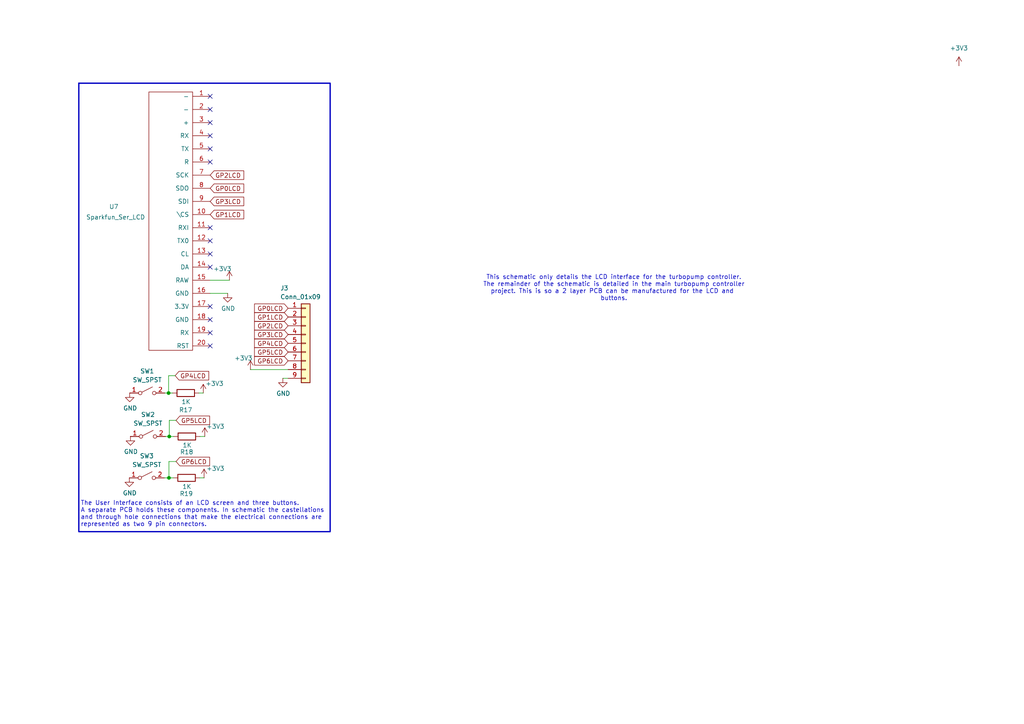
<source format=kicad_sch>
(kicad_sch
	(version 20231120)
	(generator "eeschema")
	(generator_version "8.0")
	(uuid "a045bc4f-7a97-4964-b618-6786fcaa6219")
	(paper "A4")
	(title_block
		(title "Microcontroller and User Interface")
		(date "2023-12-18")
	)
	(lib_symbols
		(symbol "Connector_Generic:Conn_01x09"
			(pin_names
				(offset 1.016) hide)
			(exclude_from_sim no)
			(in_bom yes)
			(on_board yes)
			(property "Reference" "J"
				(at 0 12.7 0)
				(effects
					(font
						(size 1.27 1.27)
					)
				)
			)
			(property "Value" "Conn_01x09"
				(at 0 -12.7 0)
				(effects
					(font
						(size 1.27 1.27)
					)
				)
			)
			(property "Footprint" ""
				(at 0 0 0)
				(effects
					(font
						(size 1.27 1.27)
					)
					(hide yes)
				)
			)
			(property "Datasheet" "~"
				(at 0 0 0)
				(effects
					(font
						(size 1.27 1.27)
					)
					(hide yes)
				)
			)
			(property "Description" "Generic connector, single row, 01x09, script generated (kicad-library-utils/schlib/autogen/connector/)"
				(at 0 0 0)
				(effects
					(font
						(size 1.27 1.27)
					)
					(hide yes)
				)
			)
			(property "ki_keywords" "connector"
				(at 0 0 0)
				(effects
					(font
						(size 1.27 1.27)
					)
					(hide yes)
				)
			)
			(property "ki_fp_filters" "Connector*:*_1x??_*"
				(at 0 0 0)
				(effects
					(font
						(size 1.27 1.27)
					)
					(hide yes)
				)
			)
			(symbol "Conn_01x09_1_1"
				(rectangle
					(start -1.27 -10.033)
					(end 0 -10.287)
					(stroke
						(width 0.1524)
						(type default)
					)
					(fill
						(type none)
					)
				)
				(rectangle
					(start -1.27 -7.493)
					(end 0 -7.747)
					(stroke
						(width 0.1524)
						(type default)
					)
					(fill
						(type none)
					)
				)
				(rectangle
					(start -1.27 -4.953)
					(end 0 -5.207)
					(stroke
						(width 0.1524)
						(type default)
					)
					(fill
						(type none)
					)
				)
				(rectangle
					(start -1.27 -2.413)
					(end 0 -2.667)
					(stroke
						(width 0.1524)
						(type default)
					)
					(fill
						(type none)
					)
				)
				(rectangle
					(start -1.27 0.127)
					(end 0 -0.127)
					(stroke
						(width 0.1524)
						(type default)
					)
					(fill
						(type none)
					)
				)
				(rectangle
					(start -1.27 2.667)
					(end 0 2.413)
					(stroke
						(width 0.1524)
						(type default)
					)
					(fill
						(type none)
					)
				)
				(rectangle
					(start -1.27 5.207)
					(end 0 4.953)
					(stroke
						(width 0.1524)
						(type default)
					)
					(fill
						(type none)
					)
				)
				(rectangle
					(start -1.27 7.747)
					(end 0 7.493)
					(stroke
						(width 0.1524)
						(type default)
					)
					(fill
						(type none)
					)
				)
				(rectangle
					(start -1.27 10.287)
					(end 0 10.033)
					(stroke
						(width 0.1524)
						(type default)
					)
					(fill
						(type none)
					)
				)
				(rectangle
					(start -1.27 11.43)
					(end 1.27 -11.43)
					(stroke
						(width 0.254)
						(type default)
					)
					(fill
						(type background)
					)
				)
				(pin passive line
					(at -5.08 10.16 0)
					(length 3.81)
					(name "Pin_1"
						(effects
							(font
								(size 1.27 1.27)
							)
						)
					)
					(number "1"
						(effects
							(font
								(size 1.27 1.27)
							)
						)
					)
				)
				(pin passive line
					(at -5.08 7.62 0)
					(length 3.81)
					(name "Pin_2"
						(effects
							(font
								(size 1.27 1.27)
							)
						)
					)
					(number "2"
						(effects
							(font
								(size 1.27 1.27)
							)
						)
					)
				)
				(pin passive line
					(at -5.08 5.08 0)
					(length 3.81)
					(name "Pin_3"
						(effects
							(font
								(size 1.27 1.27)
							)
						)
					)
					(number "3"
						(effects
							(font
								(size 1.27 1.27)
							)
						)
					)
				)
				(pin passive line
					(at -5.08 2.54 0)
					(length 3.81)
					(name "Pin_4"
						(effects
							(font
								(size 1.27 1.27)
							)
						)
					)
					(number "4"
						(effects
							(font
								(size 1.27 1.27)
							)
						)
					)
				)
				(pin passive line
					(at -5.08 0 0)
					(length 3.81)
					(name "Pin_5"
						(effects
							(font
								(size 1.27 1.27)
							)
						)
					)
					(number "5"
						(effects
							(font
								(size 1.27 1.27)
							)
						)
					)
				)
				(pin passive line
					(at -5.08 -2.54 0)
					(length 3.81)
					(name "Pin_6"
						(effects
							(font
								(size 1.27 1.27)
							)
						)
					)
					(number "6"
						(effects
							(font
								(size 1.27 1.27)
							)
						)
					)
				)
				(pin passive line
					(at -5.08 -5.08 0)
					(length 3.81)
					(name "Pin_7"
						(effects
							(font
								(size 1.27 1.27)
							)
						)
					)
					(number "7"
						(effects
							(font
								(size 1.27 1.27)
							)
						)
					)
				)
				(pin passive line
					(at -5.08 -7.62 0)
					(length 3.81)
					(name "Pin_8"
						(effects
							(font
								(size 1.27 1.27)
							)
						)
					)
					(number "8"
						(effects
							(font
								(size 1.27 1.27)
							)
						)
					)
				)
				(pin passive line
					(at -5.08 -10.16 0)
					(length 3.81)
					(name "Pin_9"
						(effects
							(font
								(size 1.27 1.27)
							)
						)
					)
					(number "9"
						(effects
							(font
								(size 1.27 1.27)
							)
						)
					)
				)
			)
		)
		(symbol "Device:R"
			(pin_numbers hide)
			(pin_names
				(offset 0)
			)
			(exclude_from_sim no)
			(in_bom yes)
			(on_board yes)
			(property "Reference" "R"
				(at 2.032 0 90)
				(effects
					(font
						(size 1.27 1.27)
					)
				)
			)
			(property "Value" "R"
				(at 0 0 90)
				(effects
					(font
						(size 1.27 1.27)
					)
				)
			)
			(property "Footprint" ""
				(at -1.778 0 90)
				(effects
					(font
						(size 1.27 1.27)
					)
					(hide yes)
				)
			)
			(property "Datasheet" "~"
				(at 0 0 0)
				(effects
					(font
						(size 1.27 1.27)
					)
					(hide yes)
				)
			)
			(property "Description" "Resistor"
				(at 0 0 0)
				(effects
					(font
						(size 1.27 1.27)
					)
					(hide yes)
				)
			)
			(property "ki_keywords" "R res resistor"
				(at 0 0 0)
				(effects
					(font
						(size 1.27 1.27)
					)
					(hide yes)
				)
			)
			(property "ki_fp_filters" "R_*"
				(at 0 0 0)
				(effects
					(font
						(size 1.27 1.27)
					)
					(hide yes)
				)
			)
			(symbol "R_0_1"
				(rectangle
					(start -1.016 -2.54)
					(end 1.016 2.54)
					(stroke
						(width 0.254)
						(type default)
					)
					(fill
						(type none)
					)
				)
			)
			(symbol "R_1_1"
				(pin passive line
					(at 0 3.81 270)
					(length 1.27)
					(name "~"
						(effects
							(font
								(size 1.27 1.27)
							)
						)
					)
					(number "1"
						(effects
							(font
								(size 1.27 1.27)
							)
						)
					)
				)
				(pin passive line
					(at 0 -3.81 90)
					(length 1.27)
					(name "~"
						(effects
							(font
								(size 1.27 1.27)
							)
						)
					)
					(number "2"
						(effects
							(font
								(size 1.27 1.27)
							)
						)
					)
				)
			)
		)
		(symbol "Switch:SW_SPST"
			(pin_names
				(offset 0) hide)
			(exclude_from_sim no)
			(in_bom yes)
			(on_board yes)
			(property "Reference" "SW"
				(at 0 3.175 0)
				(effects
					(font
						(size 1.27 1.27)
					)
				)
			)
			(property "Value" "SW_SPST"
				(at 0 -2.54 0)
				(effects
					(font
						(size 1.27 1.27)
					)
				)
			)
			(property "Footprint" ""
				(at 0 0 0)
				(effects
					(font
						(size 1.27 1.27)
					)
					(hide yes)
				)
			)
			(property "Datasheet" "~"
				(at 0 0 0)
				(effects
					(font
						(size 1.27 1.27)
					)
					(hide yes)
				)
			)
			(property "Description" "Single Pole Single Throw (SPST) switch"
				(at 0 0 0)
				(effects
					(font
						(size 1.27 1.27)
					)
					(hide yes)
				)
			)
			(property "ki_keywords" "switch lever"
				(at 0 0 0)
				(effects
					(font
						(size 1.27 1.27)
					)
					(hide yes)
				)
			)
			(symbol "SW_SPST_0_0"
				(circle
					(center -2.032 0)
					(radius 0.508)
					(stroke
						(width 0)
						(type default)
					)
					(fill
						(type none)
					)
				)
				(polyline
					(pts
						(xy -1.524 0.254) (xy 1.524 1.778)
					)
					(stroke
						(width 0)
						(type default)
					)
					(fill
						(type none)
					)
				)
				(circle
					(center 2.032 0)
					(radius 0.508)
					(stroke
						(width 0)
						(type default)
					)
					(fill
						(type none)
					)
				)
			)
			(symbol "SW_SPST_1_1"
				(pin passive line
					(at -5.08 0 0)
					(length 2.54)
					(name "A"
						(effects
							(font
								(size 1.27 1.27)
							)
						)
					)
					(number "1"
						(effects
							(font
								(size 1.27 1.27)
							)
						)
					)
				)
				(pin passive line
					(at 5.08 0 180)
					(length 2.54)
					(name "B"
						(effects
							(font
								(size 1.27 1.27)
							)
						)
					)
					(number "2"
						(effects
							(font
								(size 1.27 1.27)
							)
						)
					)
				)
			)
		)
		(symbol "TurbopumpLibrary:Sparkfun_Ser_LCD"
			(pin_names
				(offset 1.016)
			)
			(exclude_from_sim no)
			(in_bom yes)
			(on_board yes)
			(property "Reference" "U"
				(at 0 2.54 0)
				(effects
					(font
						(size 1.27 1.27)
					)
				)
			)
			(property "Value" "Sparkfun_Ser_LCD"
				(at 0 -1.27 0)
				(effects
					(font
						(size 1.27 1.27)
					)
				)
			)
			(property "Footprint" ""
				(at 0 0 0)
				(effects
					(font
						(size 1.27 1.27)
					)
					(hide yes)
				)
			)
			(property "Datasheet" ""
				(at 0 0 0)
				(effects
					(font
						(size 1.27 1.27)
					)
					(hide yes)
				)
			)
			(property "Description" ""
				(at 0 0 0)
				(effects
					(font
						(size 1.27 1.27)
					)
					(hide yes)
				)
			)
			(symbol "Sparkfun_Ser_LCD_0_1"
				(rectangle
					(start -36.83 5.08)
					(end 38.1 -7.62)
					(stroke
						(width 0)
						(type default)
					)
					(fill
						(type none)
					)
				)
			)
			(symbol "Sparkfun_Ser_LCD_1_1"
				(pin bidirectional line
					(at 36.83 -12.7 90)
					(length 5.08)
					(name "-"
						(effects
							(font
								(size 1.27 1.27)
							)
						)
					)
					(number "1"
						(effects
							(font
								(size 1.27 1.27)
							)
						)
					)
				)
				(pin bidirectional line
					(at 2.54 -12.7 90)
					(length 5.08)
					(name "\\CS"
						(effects
							(font
								(size 1.27 1.27)
							)
						)
					)
					(number "10"
						(effects
							(font
								(size 1.27 1.27)
							)
						)
					)
				)
				(pin bidirectional line
					(at -1.27 -12.7 90)
					(length 5.08)
					(name "RXI"
						(effects
							(font
								(size 1.27 1.27)
							)
						)
					)
					(number "11"
						(effects
							(font
								(size 1.27 1.27)
							)
						)
					)
				)
				(pin bidirectional line
					(at -5.08 -12.7 90)
					(length 5.08)
					(name "TX0"
						(effects
							(font
								(size 1.27 1.27)
							)
						)
					)
					(number "12"
						(effects
							(font
								(size 1.27 1.27)
							)
						)
					)
				)
				(pin bidirectional line
					(at -8.89 -12.7 90)
					(length 5.08)
					(name "CL"
						(effects
							(font
								(size 1.27 1.27)
							)
						)
					)
					(number "13"
						(effects
							(font
								(size 1.27 1.27)
							)
						)
					)
				)
				(pin bidirectional line
					(at -12.7 -12.7 90)
					(length 5.08)
					(name "DA"
						(effects
							(font
								(size 1.27 1.27)
							)
						)
					)
					(number "14"
						(effects
							(font
								(size 1.27 1.27)
							)
						)
					)
				)
				(pin bidirectional line
					(at -16.51 -12.7 90)
					(length 5.08)
					(name "RAW"
						(effects
							(font
								(size 1.27 1.27)
							)
						)
					)
					(number "15"
						(effects
							(font
								(size 1.27 1.27)
							)
						)
					)
				)
				(pin power_in line
					(at -20.32 -12.7 90)
					(length 5.08)
					(name "GND"
						(effects
							(font
								(size 1.27 1.27)
							)
						)
					)
					(number "16"
						(effects
							(font
								(size 1.27 1.27)
							)
						)
					)
				)
				(pin power_in line
					(at -24.13 -12.7 90)
					(length 5.08)
					(name "3.3V"
						(effects
							(font
								(size 1.27 1.27)
							)
						)
					)
					(number "17"
						(effects
							(font
								(size 1.27 1.27)
							)
						)
					)
				)
				(pin power_in line
					(at -27.94 -12.7 90)
					(length 5.08)
					(name "GND"
						(effects
							(font
								(size 1.27 1.27)
							)
						)
					)
					(number "18"
						(effects
							(font
								(size 1.27 1.27)
							)
						)
					)
				)
				(pin output line
					(at -31.75 -12.7 90)
					(length 5.08)
					(name "RX"
						(effects
							(font
								(size 1.27 1.27)
							)
						)
					)
					(number "19"
						(effects
							(font
								(size 1.27 1.27)
							)
						)
					)
				)
				(pin bidirectional line
					(at 33.02 -12.7 90)
					(length 5.08)
					(name "-"
						(effects
							(font
								(size 1.27 1.27)
							)
						)
					)
					(number "2"
						(effects
							(font
								(size 1.27 1.27)
							)
						)
					)
				)
				(pin output line
					(at -35.56 -12.7 90)
					(length 5.08)
					(name "RST"
						(effects
							(font
								(size 1.27 1.27)
							)
						)
					)
					(number "20"
						(effects
							(font
								(size 1.27 1.27)
							)
						)
					)
				)
				(pin bidirectional line
					(at 29.21 -12.7 90)
					(length 5.08)
					(name "+"
						(effects
							(font
								(size 1.27 1.27)
							)
						)
					)
					(number "3"
						(effects
							(font
								(size 1.27 1.27)
							)
						)
					)
				)
				(pin bidirectional line
					(at 25.4 -12.7 90)
					(length 5.08)
					(name "RX"
						(effects
							(font
								(size 1.27 1.27)
							)
						)
					)
					(number "4"
						(effects
							(font
								(size 1.27 1.27)
							)
						)
					)
				)
				(pin bidirectional line
					(at 21.59 -12.7 90)
					(length 5.08)
					(name "TX"
						(effects
							(font
								(size 1.27 1.27)
							)
						)
					)
					(number "5"
						(effects
							(font
								(size 1.27 1.27)
							)
						)
					)
				)
				(pin bidirectional line
					(at 17.78 -12.7 90)
					(length 5.08)
					(name "R"
						(effects
							(font
								(size 1.27 1.27)
							)
						)
					)
					(number "6"
						(effects
							(font
								(size 1.27 1.27)
							)
						)
					)
				)
				(pin bidirectional line
					(at 13.97 -12.7 90)
					(length 5.08)
					(name "SCK"
						(effects
							(font
								(size 1.27 1.27)
							)
						)
					)
					(number "7"
						(effects
							(font
								(size 1.27 1.27)
							)
						)
					)
				)
				(pin bidirectional line
					(at 10.16 -12.7 90)
					(length 5.08)
					(name "SDO"
						(effects
							(font
								(size 1.27 1.27)
							)
						)
					)
					(number "8"
						(effects
							(font
								(size 1.27 1.27)
							)
						)
					)
				)
				(pin bidirectional line
					(at 6.35 -12.7 90)
					(length 5.08)
					(name "SDI"
						(effects
							(font
								(size 1.27 1.27)
							)
						)
					)
					(number "9"
						(effects
							(font
								(size 1.27 1.27)
							)
						)
					)
				)
			)
		)
		(symbol "power:+3.3V"
			(power)
			(pin_numbers hide)
			(pin_names
				(offset 0) hide)
			(exclude_from_sim no)
			(in_bom yes)
			(on_board yes)
			(property "Reference" "#PWR"
				(at 0 -3.81 0)
				(effects
					(font
						(size 1.27 1.27)
					)
					(hide yes)
				)
			)
			(property "Value" "+3.3V"
				(at 0 3.556 0)
				(effects
					(font
						(size 1.27 1.27)
					)
				)
			)
			(property "Footprint" ""
				(at 0 0 0)
				(effects
					(font
						(size 1.27 1.27)
					)
					(hide yes)
				)
			)
			(property "Datasheet" ""
				(at 0 0 0)
				(effects
					(font
						(size 1.27 1.27)
					)
					(hide yes)
				)
			)
			(property "Description" "Power symbol creates a global label with name \"+3.3V\""
				(at 0 0 0)
				(effects
					(font
						(size 1.27 1.27)
					)
					(hide yes)
				)
			)
			(property "ki_keywords" "global power"
				(at 0 0 0)
				(effects
					(font
						(size 1.27 1.27)
					)
					(hide yes)
				)
			)
			(symbol "+3.3V_0_1"
				(polyline
					(pts
						(xy -0.762 1.27) (xy 0 2.54)
					)
					(stroke
						(width 0)
						(type default)
					)
					(fill
						(type none)
					)
				)
				(polyline
					(pts
						(xy 0 0) (xy 0 2.54)
					)
					(stroke
						(width 0)
						(type default)
					)
					(fill
						(type none)
					)
				)
				(polyline
					(pts
						(xy 0 2.54) (xy 0.762 1.27)
					)
					(stroke
						(width 0)
						(type default)
					)
					(fill
						(type none)
					)
				)
			)
			(symbol "+3.3V_1_1"
				(pin power_in line
					(at 0 0 90)
					(length 0)
					(name "~"
						(effects
							(font
								(size 1.27 1.27)
							)
						)
					)
					(number "1"
						(effects
							(font
								(size 1.27 1.27)
							)
						)
					)
				)
			)
		)
		(symbol "power:GND"
			(power)
			(pin_numbers hide)
			(pin_names
				(offset 0) hide)
			(exclude_from_sim no)
			(in_bom yes)
			(on_board yes)
			(property "Reference" "#PWR"
				(at 0 -6.35 0)
				(effects
					(font
						(size 1.27 1.27)
					)
					(hide yes)
				)
			)
			(property "Value" "GND"
				(at 0 -3.81 0)
				(effects
					(font
						(size 1.27 1.27)
					)
				)
			)
			(property "Footprint" ""
				(at 0 0 0)
				(effects
					(font
						(size 1.27 1.27)
					)
					(hide yes)
				)
			)
			(property "Datasheet" ""
				(at 0 0 0)
				(effects
					(font
						(size 1.27 1.27)
					)
					(hide yes)
				)
			)
			(property "Description" "Power symbol creates a global label with name \"GND\" , ground"
				(at 0 0 0)
				(effects
					(font
						(size 1.27 1.27)
					)
					(hide yes)
				)
			)
			(property "ki_keywords" "global power"
				(at 0 0 0)
				(effects
					(font
						(size 1.27 1.27)
					)
					(hide yes)
				)
			)
			(symbol "GND_0_1"
				(polyline
					(pts
						(xy 0 0) (xy 0 -1.27) (xy 1.27 -1.27) (xy 0 -2.54) (xy -1.27 -1.27) (xy 0 -1.27)
					)
					(stroke
						(width 0)
						(type default)
					)
					(fill
						(type none)
					)
				)
			)
			(symbol "GND_1_1"
				(pin power_in line
					(at 0 0 270)
					(length 0)
					(name "~"
						(effects
							(font
								(size 1.27 1.27)
							)
						)
					)
					(number "1"
						(effects
							(font
								(size 1.27 1.27)
							)
						)
					)
				)
			)
		)
	)
	(junction
		(at 48.9 114)
		(diameter 0)
		(color 0 0 0 0)
		(uuid "1b77d587-7dbc-4e94-8ce3-52580fc89c85")
	)
	(junction
		(at 49.1 126.6)
		(diameter 0)
		(color 0 0 0 0)
		(uuid "53bf0c91-2b4c-4c96-8d3e-02433227d8f9")
	)
	(junction
		(at 49 138.6)
		(diameter 0)
		(color 0 0 0 0)
		(uuid "b6a7bb78-b00e-4412-9e20-d227894919d2")
	)
	(no_connect
		(at 60.96 43.18)
		(uuid "050528e9-f759-4ea4-a10a-5a0f3d42b215")
	)
	(no_connect
		(at 60.96 96.52)
		(uuid "1f8037f0-c567-4aad-a5d4-8eaadc3f9ba9")
	)
	(no_connect
		(at 60.96 66.04)
		(uuid "8213f9f8-090d-4c4f-8d1a-224eca3372c4")
	)
	(no_connect
		(at 60.96 31.75)
		(uuid "878bd4f5-74e8-4f7f-9042-01c9cb6cf892")
	)
	(no_connect
		(at 60.96 92.71)
		(uuid "89b71531-3f23-40ce-9d1c-179b530ba500")
	)
	(no_connect
		(at 60.96 35.56)
		(uuid "9ae22097-42e9-43c6-ac19-13f9d1b5fe71")
	)
	(no_connect
		(at 60.96 69.85)
		(uuid "a011bbc1-926b-4fc5-99f1-6dfbdaa05bd5")
	)
	(no_connect
		(at 60.96 77.47)
		(uuid "a229f397-6337-4741-8e97-2ef6792009d0")
	)
	(no_connect
		(at 60.96 88.9)
		(uuid "ab23fbeb-3f53-4d57-aa4d-3aa2a47b8faa")
	)
	(no_connect
		(at 60.96 39.37)
		(uuid "bebaddb6-1a58-47a7-bf78-16d1116b7c44")
	)
	(no_connect
		(at 60.96 73.66)
		(uuid "c311f7d4-2b33-4ed5-9fc0-9c3251590349")
	)
	(no_connect
		(at 60.96 100.33)
		(uuid "caa3a53f-0e33-4e0f-827d-836d9bb38b7e")
	)
	(no_connect
		(at 60.96 46.99)
		(uuid "ccd258cc-c815-41a8-99d5-ca4f8a9e7507")
	)
	(no_connect
		(at 60.96 27.94)
		(uuid "d1a888ce-91e9-441f-a241-0933788ed915")
	)
	(wire
		(pts
			(xy 82.042 109.728) (xy 83.566 109.728)
		)
		(stroke
			(width 0)
			(type default)
		)
		(uuid "011f9c61-28de-4163-a0a5-72bffd192ada")
	)
	(wire
		(pts
			(xy 58.956 114) (xy 57.686 114)
		)
		(stroke
			(width 0)
			(type default)
		)
		(uuid "07f2937a-cadf-49fc-bbbe-14dd2247365f")
	)
	(wire
		(pts
			(xy 49.1 126.6) (xy 50.39 126.6)
		)
		(stroke
			(width 0)
			(type default)
		)
		(uuid "128200ed-99fa-4540-83dd-0978ccc0252e")
	)
	(wire
		(pts
			(xy 50.066 114) (xy 48.9 114)
		)
		(stroke
			(width 0)
			(type default)
		)
		(uuid "2277044b-906b-4baa-8058-7e155b62ea46")
	)
	(wire
		(pts
			(xy 48 126.6) (xy 49.1 126.6)
		)
		(stroke
			(width 0)
			(type default)
		)
		(uuid "2314b79c-5edc-4e50-b2dc-c0ee5ea134e8")
	)
	(wire
		(pts
			(xy 59.4 126.6) (xy 58.01 126.6)
		)
		(stroke
			(width 0)
			(type default)
		)
		(uuid "263a3b34-484c-4b47-aa60-cbd240dec86e")
	)
	(wire
		(pts
			(xy 51.054 121.92) (xy 49.1 121.92)
		)
		(stroke
			(width 0)
			(type default)
		)
		(uuid "3749b3ee-fa26-449f-82ce-322b6a4d4308")
	)
	(wire
		(pts
			(xy 49 138.6) (xy 47.67 138.6)
		)
		(stroke
			(width 0)
			(type default)
		)
		(uuid "37d2ba89-5f38-4452-814d-e749dcc6c6b2")
	)
	(wire
		(pts
			(xy 72.644 107.188) (xy 83.566 107.188)
		)
		(stroke
			(width 0)
			(type default)
		)
		(uuid "3fa3abf9-d84d-4eb9-8866-5cdec8d106d5")
	)
	(wire
		(pts
			(xy 60.96 81.28) (xy 66.548 81.28)
		)
		(stroke
			(width 0)
			(type default)
		)
		(uuid "68f101e3-ed8f-440c-a5a9-f90b50e5ab0c")
	)
	(wire
		(pts
			(xy 48.9 108.966) (xy 48.9 114)
		)
		(stroke
			(width 0)
			(type default)
		)
		(uuid "6ee579d6-366d-45fc-a828-0ccedb199420")
	)
	(wire
		(pts
			(xy 50.3 138.6) (xy 49 138.6)
		)
		(stroke
			(width 0)
			(type default)
		)
		(uuid "70877f04-f27b-4aa4-83c8-840faf25e7c3")
	)
	(wire
		(pts
			(xy 51.054 133.858) (xy 49 133.858)
		)
		(stroke
			(width 0)
			(type default)
		)
		(uuid "7ecd6da4-4794-4226-acb7-1b216e791b3c")
	)
	(wire
		(pts
			(xy 49 133.858) (xy 49 138.6)
		)
		(stroke
			(width 0)
			(type default)
		)
		(uuid "807cb840-e5dc-4684-9ca3-dabd098237d5")
	)
	(wire
		(pts
			(xy 59.19 138.6) (xy 57.92 138.6)
		)
		(stroke
			(width 0)
			(type default)
		)
		(uuid "8451996f-518e-40ba-99df-4c683fce6e01")
	)
	(wire
		(pts
			(xy 49.1 121.92) (xy 49.1 126.6)
		)
		(stroke
			(width 0)
			(type default)
		)
		(uuid "9efa7e5b-3710-43da-b062-f8dfb2651d81")
	)
	(wire
		(pts
			(xy 60.96 85.09) (xy 66.04 85.09)
		)
		(stroke
			(width 0)
			(type default)
		)
		(uuid "c97a0c48-9a5e-4f36-beed-ae24b606f572")
	)
	(wire
		(pts
			(xy 50.8 108.966) (xy 48.9 108.966)
		)
		(stroke
			(width 0)
			(type default)
		)
		(uuid "cbb3ef4d-bfef-4751-8073-f82fe78f4f2b")
	)
	(wire
		(pts
			(xy 48.9 114) (xy 47.78 114)
		)
		(stroke
			(width 0)
			(type default)
		)
		(uuid "ea1f3620-f360-432a-96fe-f607372eb548")
	)
	(rectangle
		(start 22.86 24.13)
		(end 95.758 154.2)
		(stroke
			(width 0.381)
			(type default)
		)
		(fill
			(type none)
		)
		(uuid 20368de5-e30a-4adf-987c-11d9486ccb39)
	)
	(text "This schematic only details the LCD interface for the turbopump controller.\nThe remainder of the schematic is detailed in the main turbopump controller\nproject. This is so a 2 layer PCB can be manufactured for the LCD and \nbuttons."
		(exclude_from_sim no)
		(at 178.054 83.566 0)
		(effects
			(font
				(size 1.27 1.27)
			)
		)
		(uuid "9dfeefcc-e535-4a58-b43e-8e8b0a06a63b")
	)
	(text "The User Interface consists of an LCD screen and three buttons. \nA separate PCB holds these components. In schematic the castellations\nand through hole connections that make the electrical connections are \nrepresented as two 9 pin connectors. "
		(exclude_from_sim no)
		(at 23.368 149.098 0)
		(effects
			(font
				(size 1.27 1.27)
			)
			(justify left)
		)
		(uuid "dd5ddf46-f536-47df-9eda-b3db75b8f870")
	)
	(global_label "GP2LCD"
		(shape input)
		(at 60.96 50.8 0)
		(fields_autoplaced yes)
		(effects
			(font
				(size 1.27 1.27)
			)
			(justify left)
		)
		(uuid "06f9ed68-2a30-4e51-be10-04c60b82114b")
		(property "Intersheetrefs" "${INTERSHEET_REFS}"
			(at 70.6086 50.8 0)
			(effects
				(font
					(size 1.27 1.27)
				)
				(justify left)
				(hide yes)
			)
		)
	)
	(global_label "GP1LCD"
		(shape input)
		(at 60.96 62.23 0)
		(fields_autoplaced yes)
		(effects
			(font
				(size 1.27 1.27)
			)
			(justify left)
		)
		(uuid "184e7551-7f74-4558-81af-7bb53b5ce80d")
		(property "Intersheetrefs" "${INTERSHEET_REFS}"
			(at 70.6086 62.23 0)
			(effects
				(font
					(size 1.27 1.27)
				)
				(justify left)
				(hide yes)
			)
		)
	)
	(global_label "GP0LCD"
		(shape input)
		(at 83.566 89.408 180)
		(fields_autoplaced yes)
		(effects
			(font
				(size 1.27 1.27)
			)
			(justify right)
		)
		(uuid "1895c3e4-ce68-4ccf-89ae-bc44a13b8998")
		(property "Intersheetrefs" "${INTERSHEET_REFS}"
			(at 73.9174 89.408 0)
			(effects
				(font
					(size 1.27 1.27)
				)
				(justify right)
				(hide yes)
			)
		)
	)
	(global_label "GP6LCD"
		(shape input)
		(at 83.566 104.648 180)
		(fields_autoplaced yes)
		(effects
			(font
				(size 1.27 1.27)
			)
			(justify right)
		)
		(uuid "31094f0b-5197-4fea-890a-646e99ecc712")
		(property "Intersheetrefs" "${INTERSHEET_REFS}"
			(at 73.9174 104.648 0)
			(effects
				(font
					(size 1.27 1.27)
				)
				(justify right)
				(hide yes)
			)
		)
	)
	(global_label "GP5LCD"
		(shape input)
		(at 51.054 121.92 0)
		(fields_autoplaced yes)
		(effects
			(font
				(size 1.27 1.27)
			)
			(justify left)
		)
		(uuid "38ddce8e-c727-483c-9e43-b1e1840388e1")
		(property "Intersheetrefs" "${INTERSHEET_REFS}"
			(at 60.7026 121.92 0)
			(effects
				(font
					(size 1.27 1.27)
				)
				(justify left)
				(hide yes)
			)
		)
	)
	(global_label "GP4LCD"
		(shape input)
		(at 83.566 99.568 180)
		(fields_autoplaced yes)
		(effects
			(font
				(size 1.27 1.27)
			)
			(justify right)
		)
		(uuid "4f0aedb8-da46-481c-876f-c6d630d6a35d")
		(property "Intersheetrefs" "${INTERSHEET_REFS}"
			(at 73.9174 99.568 0)
			(effects
				(font
					(size 1.27 1.27)
				)
				(justify right)
				(hide yes)
			)
		)
	)
	(global_label "GP6LCD"
		(shape input)
		(at 51.054 133.858 0)
		(fields_autoplaced yes)
		(effects
			(font
				(size 1.27 1.27)
			)
			(justify left)
		)
		(uuid "5ac66e14-f81f-4909-9fa0-2aeb85b730d4")
		(property "Intersheetrefs" "${INTERSHEET_REFS}"
			(at 60.7026 133.858 0)
			(effects
				(font
					(size 1.27 1.27)
				)
				(justify left)
				(hide yes)
			)
		)
	)
	(global_label "GP4LCD"
		(shape input)
		(at 50.8 108.966 0)
		(fields_autoplaced yes)
		(effects
			(font
				(size 1.27 1.27)
			)
			(justify left)
		)
		(uuid "6df3a0d2-1ae1-402d-9734-641df66205ac")
		(property "Intersheetrefs" "${INTERSHEET_REFS}"
			(at 60.4486 108.966 0)
			(effects
				(font
					(size 1.27 1.27)
				)
				(justify left)
				(hide yes)
			)
		)
	)
	(global_label "GP3LCD"
		(shape input)
		(at 83.566 97.028 180)
		(fields_autoplaced yes)
		(effects
			(font
				(size 1.27 1.27)
			)
			(justify right)
		)
		(uuid "7d0f9339-3c47-4ba0-8428-744939695fb2")
		(property "Intersheetrefs" "${INTERSHEET_REFS}"
			(at 73.9174 97.028 0)
			(effects
				(font
					(size 1.27 1.27)
				)
				(justify right)
				(hide yes)
			)
		)
	)
	(global_label "GP5LCD"
		(shape input)
		(at 83.566 102.108 180)
		(fields_autoplaced yes)
		(effects
			(font
				(size 1.27 1.27)
			)
			(justify right)
		)
		(uuid "9d3ac4a9-e2ad-4aee-b519-4f3f79399944")
		(property "Intersheetrefs" "${INTERSHEET_REFS}"
			(at 73.9174 102.108 0)
			(effects
				(font
					(size 1.27 1.27)
				)
				(justify right)
				(hide yes)
			)
		)
	)
	(global_label "GP2LCD"
		(shape input)
		(at 83.566 94.488 180)
		(fields_autoplaced yes)
		(effects
			(font
				(size 1.27 1.27)
			)
			(justify right)
		)
		(uuid "c913d568-dc53-4b1c-a75f-36e538d484ab")
		(property "Intersheetrefs" "${INTERSHEET_REFS}"
			(at 73.9174 94.488 0)
			(effects
				(font
					(size 1.27 1.27)
				)
				(justify right)
				(hide yes)
			)
		)
	)
	(global_label "GP1LCD"
		(shape input)
		(at 83.566 91.948 180)
		(fields_autoplaced yes)
		(effects
			(font
				(size 1.27 1.27)
			)
			(justify right)
		)
		(uuid "cae4f897-52eb-4d3e-b1b4-0ebeae357e35")
		(property "Intersheetrefs" "${INTERSHEET_REFS}"
			(at 73.9174 91.948 0)
			(effects
				(font
					(size 1.27 1.27)
				)
				(justify right)
				(hide yes)
			)
		)
	)
	(global_label "GP3LCD"
		(shape input)
		(at 60.96 58.42 0)
		(fields_autoplaced yes)
		(effects
			(font
				(size 1.27 1.27)
			)
			(justify left)
		)
		(uuid "d8fecec7-ca82-40dd-a8ce-622e33bf1e98")
		(property "Intersheetrefs" "${INTERSHEET_REFS}"
			(at 70.6086 58.42 0)
			(effects
				(font
					(size 1.27 1.27)
				)
				(justify left)
				(hide yes)
			)
		)
	)
	(global_label "GP0LCD"
		(shape input)
		(at 60.96 54.61 0)
		(fields_autoplaced yes)
		(effects
			(font
				(size 1.27 1.27)
			)
			(justify left)
		)
		(uuid "f0ac656c-e5ff-41dc-81d5-f3b0474c18ef")
		(property "Intersheetrefs" "${INTERSHEET_REFS}"
			(at 70.6086 54.61 0)
			(effects
				(font
					(size 1.27 1.27)
				)
				(justify left)
				(hide yes)
			)
		)
	)
	(symbol
		(lib_id "power:GND")
		(at 37.84 126.6 0)
		(unit 1)
		(exclude_from_sim no)
		(in_bom yes)
		(on_board yes)
		(dnp no)
		(uuid "0f427b71-0dc7-4edf-9d6c-287732a976c1")
		(property "Reference" "#PWR028"
			(at 37.84 132.95 0)
			(effects
				(font
					(size 1.27 1.27)
				)
				(hide yes)
			)
		)
		(property "Value" "GND"
			(at 37.967 130.9942 0)
			(effects
				(font
					(size 1.27 1.27)
				)
			)
		)
		(property "Footprint" ""
			(at 37.84 126.6 0)
			(effects
				(font
					(size 1.27 1.27)
				)
				(hide yes)
			)
		)
		(property "Datasheet" ""
			(at 37.84 126.6 0)
			(effects
				(font
					(size 1.27 1.27)
				)
				(hide yes)
			)
		)
		(property "Description" ""
			(at 37.84 126.6 0)
			(effects
				(font
					(size 1.27 1.27)
				)
				(hide yes)
			)
		)
		(pin "1"
			(uuid "662b7065-394f-438e-8de0-8123777694b0")
		)
		(instances
			(project "Turbopump Controller"
				(path "/4a54c707-7b6f-4a3d-a74d-5e3526114aba/d6065a19-0b79-41fb-9ebd-95029b65316d"
					(reference "#PWR028")
					(unit 1)
				)
			)
		)
	)
	(symbol
		(lib_id "power:+3.3V")
		(at 72.644 107.188 0)
		(unit 1)
		(exclude_from_sim no)
		(in_bom yes)
		(on_board yes)
		(dnp no)
		(uuid "135446e5-3d90-4f45-b706-1541b059ef2c")
		(property "Reference" "#PWR064"
			(at 72.644 110.998 0)
			(effects
				(font
					(size 1.27 1.27)
				)
				(hide yes)
			)
		)
		(property "Value" "+3V3"
			(at 70.612 103.886 0)
			(effects
				(font
					(size 1.27 1.27)
				)
			)
		)
		(property "Footprint" ""
			(at 72.644 107.188 0)
			(effects
				(font
					(size 1.27 1.27)
				)
				(hide yes)
			)
		)
		(property "Datasheet" ""
			(at 72.644 107.188 0)
			(effects
				(font
					(size 1.27 1.27)
				)
				(hide yes)
			)
		)
		(property "Description" ""
			(at 72.644 107.188 0)
			(effects
				(font
					(size 1.27 1.27)
				)
				(hide yes)
			)
		)
		(pin "1"
			(uuid "b3e5ff95-8b99-4203-a1a8-6858c6abf5fc")
		)
		(instances
			(project "Turbopump Controller"
				(path "/4a54c707-7b6f-4a3d-a74d-5e3526114aba/d6065a19-0b79-41fb-9ebd-95029b65316d"
					(reference "#PWR064")
					(unit 1)
				)
			)
		)
	)
	(symbol
		(lib_id "Switch:SW_SPST")
		(at 42.59 138.6 0)
		(unit 1)
		(exclude_from_sim no)
		(in_bom yes)
		(on_board yes)
		(dnp no)
		(fields_autoplaced yes)
		(uuid "28bdd4e4-4371-49d8-a3b9-788294ee4801")
		(property "Reference" "SW3"
			(at 42.59 132.25 0)
			(effects
				(font
					(size 1.27 1.27)
				)
			)
		)
		(property "Value" "SW_SPST"
			(at 42.59 134.79 0)
			(effects
				(font
					(size 1.27 1.27)
				)
			)
		)
		(property "Footprint" "TpumpLib:TL2233 Series Pushbutton Switch"
			(at 42.59 138.6 0)
			(effects
				(font
					(size 1.27 1.27)
				)
				(hide yes)
			)
		)
		(property "Datasheet" "~"
			(at 42.59 138.6 0)
			(effects
				(font
					(size 1.27 1.27)
				)
				(hide yes)
			)
		)
		(property "Description" ""
			(at 42.59 138.6 0)
			(effects
				(font
					(size 1.27 1.27)
				)
				(hide yes)
			)
		)
		(pin "1"
			(uuid "e0409388-98eb-4286-9568-62e4fe534275")
		)
		(pin "2"
			(uuid "897221f7-a2b5-4c7b-b910-d1c4f32db549")
		)
		(instances
			(project "Turbopump Controller"
				(path "/4a54c707-7b6f-4a3d-a74d-5e3526114aba/d6065a19-0b79-41fb-9ebd-95029b65316d"
					(reference "SW3")
					(unit 1)
				)
			)
		)
	)
	(symbol
		(lib_id "power:+3.3V")
		(at 59.4 126.6 0)
		(unit 1)
		(exclude_from_sim no)
		(in_bom yes)
		(on_board yes)
		(dnp no)
		(uuid "4e635c68-7882-4ae5-9ea5-d796eddb91e5")
		(property "Reference" "#PWR054"
			(at 59.4 130.41 0)
			(effects
				(font
					(size 1.27 1.27)
				)
				(hide yes)
			)
		)
		(property "Value" "+3V3"
			(at 62.484 123.698 0)
			(effects
				(font
					(size 1.27 1.27)
				)
			)
		)
		(property "Footprint" ""
			(at 59.4 126.6 0)
			(effects
				(font
					(size 1.27 1.27)
				)
				(hide yes)
			)
		)
		(property "Datasheet" ""
			(at 59.4 126.6 0)
			(effects
				(font
					(size 1.27 1.27)
				)
				(hide yes)
			)
		)
		(property "Description" ""
			(at 59.4 126.6 0)
			(effects
				(font
					(size 1.27 1.27)
				)
				(hide yes)
			)
		)
		(pin "1"
			(uuid "cad1c63f-5a1d-4cf9-9930-dda15da8fc3d")
		)
		(instances
			(project "Turbopump Controller"
				(path "/4a54c707-7b6f-4a3d-a74d-5e3526114aba/d6065a19-0b79-41fb-9ebd-95029b65316d"
					(reference "#PWR054")
					(unit 1)
				)
			)
		)
	)
	(symbol
		(lib_id "Switch:SW_SPST")
		(at 42.7 114 0)
		(unit 1)
		(exclude_from_sim no)
		(in_bom yes)
		(on_board yes)
		(dnp no)
		(fields_autoplaced yes)
		(uuid "60927f56-8a52-4d3c-8764-82b77f80bd47")
		(property "Reference" "SW1"
			(at 42.7 107.65 0)
			(effects
				(font
					(size 1.27 1.27)
				)
			)
		)
		(property "Value" "SW_SPST"
			(at 42.7 110.19 0)
			(effects
				(font
					(size 1.27 1.27)
				)
			)
		)
		(property "Footprint" "TpumpLib:TL2233 Series Pushbutton Switch"
			(at 42.7 114 0)
			(effects
				(font
					(size 1.27 1.27)
				)
				(hide yes)
			)
		)
		(property "Datasheet" "~"
			(at 42.7 114 0)
			(effects
				(font
					(size 1.27 1.27)
				)
				(hide yes)
			)
		)
		(property "Description" ""
			(at 42.7 114 0)
			(effects
				(font
					(size 1.27 1.27)
				)
				(hide yes)
			)
		)
		(pin "1"
			(uuid "0bc143bc-ce14-41f2-a9b6-392c37ea5988")
		)
		(pin "2"
			(uuid "d4f6aba8-e7cf-42fd-a411-6d4e3593654d")
		)
		(instances
			(project "Turbopump Controller"
				(path "/4a54c707-7b6f-4a3d-a74d-5e3526114aba/d6065a19-0b79-41fb-9ebd-95029b65316d"
					(reference "SW1")
					(unit 1)
				)
			)
		)
	)
	(symbol
		(lib_id "power:GND")
		(at 37.51 138.6 0)
		(unit 1)
		(exclude_from_sim no)
		(in_bom yes)
		(on_board yes)
		(dnp no)
		(uuid "67c97025-1a1c-42e3-b522-0e3ec244b4d4")
		(property "Reference" "#PWR031"
			(at 37.51 144.95 0)
			(effects
				(font
					(size 1.27 1.27)
				)
				(hide yes)
			)
		)
		(property "Value" "GND"
			(at 37.637 142.9942 0)
			(effects
				(font
					(size 1.27 1.27)
				)
			)
		)
		(property "Footprint" ""
			(at 37.51 138.6 0)
			(effects
				(font
					(size 1.27 1.27)
				)
				(hide yes)
			)
		)
		(property "Datasheet" ""
			(at 37.51 138.6 0)
			(effects
				(font
					(size 1.27 1.27)
				)
				(hide yes)
			)
		)
		(property "Description" ""
			(at 37.51 138.6 0)
			(effects
				(font
					(size 1.27 1.27)
				)
				(hide yes)
			)
		)
		(pin "1"
			(uuid "6320c528-c31e-459c-ae42-c9a33b11e7fc")
		)
		(instances
			(project "Turbopump Controller"
				(path "/4a54c707-7b6f-4a3d-a74d-5e3526114aba/d6065a19-0b79-41fb-9ebd-95029b65316d"
					(reference "#PWR031")
					(unit 1)
				)
			)
		)
	)
	(symbol
		(lib_id "power:+3.3V")
		(at 66.548 81.28 0)
		(unit 1)
		(exclude_from_sim no)
		(in_bom yes)
		(on_board yes)
		(dnp no)
		(uuid "828602ae-b778-4d87-9ec8-d59354ff3437")
		(property "Reference" "#PWR01"
			(at 66.548 85.09 0)
			(effects
				(font
					(size 1.27 1.27)
				)
				(hide yes)
			)
		)
		(property "Value" "+3V3"
			(at 64.516 77.978 0)
			(effects
				(font
					(size 1.27 1.27)
				)
			)
		)
		(property "Footprint" ""
			(at 66.548 81.28 0)
			(effects
				(font
					(size 1.27 1.27)
				)
				(hide yes)
			)
		)
		(property "Datasheet" ""
			(at 66.548 81.28 0)
			(effects
				(font
					(size 1.27 1.27)
				)
				(hide yes)
			)
		)
		(property "Description" ""
			(at 66.548 81.28 0)
			(effects
				(font
					(size 1.27 1.27)
				)
				(hide yes)
			)
		)
		(pin "1"
			(uuid "efff743f-ca75-47f1-9946-dd76c77119cc")
		)
		(instances
			(project "Turbopump Controller"
				(path "/4a54c707-7b6f-4a3d-a74d-5e3526114aba/d6065a19-0b79-41fb-9ebd-95029b65316d"
					(reference "#PWR01")
					(unit 1)
				)
			)
		)
	)
	(symbol
		(lib_id "Device:R")
		(at 53.876 114 270)
		(unit 1)
		(exclude_from_sim no)
		(in_bom yes)
		(on_board yes)
		(dnp no)
		(uuid "83a113c3-e958-4ca3-bcb9-0cc05c6cd0e6")
		(property "Reference" "R17"
			(at 51.9 118.9 90)
			(effects
				(font
					(size 1.27 1.27)
				)
				(justify left)
			)
		)
		(property "Value" "1K"
			(at 52.6061 116.54 90)
			(effects
				(font
					(size 1.27 1.27)
				)
				(justify left)
			)
		)
		(property "Footprint" "Resistor_SMD:R_0603_1608Metric"
			(at 53.876 112.222 90)
			(effects
				(font
					(size 1.27 1.27)
				)
				(hide yes)
			)
		)
		(property "Datasheet" "~"
			(at 53.876 114 0)
			(effects
				(font
					(size 1.27 1.27)
				)
				(hide yes)
			)
		)
		(property "Description" "Resistor"
			(at 53.876 114 0)
			(effects
				(font
					(size 1.27 1.27)
				)
				(hide yes)
			)
		)
		(pin "1"
			(uuid "0161f728-b083-4b60-87ce-c8800eaef4e6")
		)
		(pin "2"
			(uuid "8b6abd28-bf78-4c53-a1df-13a43b481225")
		)
		(instances
			(project "Turbopump Controller"
				(path "/4a54c707-7b6f-4a3d-a74d-5e3526114aba/d6065a19-0b79-41fb-9ebd-95029b65316d"
					(reference "R17")
					(unit 1)
				)
			)
		)
	)
	(symbol
		(lib_id "power:GND")
		(at 66.04 85.09 0)
		(unit 1)
		(exclude_from_sim no)
		(in_bom yes)
		(on_board yes)
		(dnp no)
		(uuid "864b4c09-75ce-4c00-9e30-f8ef4fca1ee4")
		(property "Reference" "#PWR05"
			(at 66.04 91.44 0)
			(effects
				(font
					(size 1.27 1.27)
				)
				(hide yes)
			)
		)
		(property "Value" "GND"
			(at 66.167 89.4842 0)
			(effects
				(font
					(size 1.27 1.27)
				)
			)
		)
		(property "Footprint" ""
			(at 66.04 85.09 0)
			(effects
				(font
					(size 1.27 1.27)
				)
				(hide yes)
			)
		)
		(property "Datasheet" ""
			(at 66.04 85.09 0)
			(effects
				(font
					(size 1.27 1.27)
				)
				(hide yes)
			)
		)
		(property "Description" ""
			(at 66.04 85.09 0)
			(effects
				(font
					(size 1.27 1.27)
				)
				(hide yes)
			)
		)
		(pin "1"
			(uuid "73fd80ba-015b-4589-b8f9-032e8415bece")
		)
		(instances
			(project "Turbopump Controller"
				(path "/4a54c707-7b6f-4a3d-a74d-5e3526114aba/d6065a19-0b79-41fb-9ebd-95029b65316d"
					(reference "#PWR05")
					(unit 1)
				)
			)
		)
	)
	(symbol
		(lib_id "TurbopumpLibrary:Sparkfun_Ser_LCD")
		(at 48.26 64.77 90)
		(unit 1)
		(exclude_from_sim no)
		(in_bom yes)
		(on_board yes)
		(dnp no)
		(uuid "89a21c9f-9407-43f7-a119-f1498ddcb99e")
		(property "Reference" "U7"
			(at 33.02 59.944 90)
			(effects
				(font
					(size 1.27 1.27)
				)
			)
		)
		(property "Value" "Sparkfun_Ser_LCD"
			(at 33.528 62.992 90)
			(effects
				(font
					(size 1.27 1.27)
				)
			)
		)
		(property "Footprint" "Sparkfun_Displays:LCD-16X2"
			(at 48.26 64.77 0)
			(effects
				(font
					(size 1.27 1.27)
				)
				(hide yes)
			)
		)
		(property "Datasheet" ""
			(at 48.26 64.77 0)
			(effects
				(font
					(size 1.27 1.27)
				)
				(hide yes)
			)
		)
		(property "Description" ""
			(at 48.26 64.77 0)
			(effects
				(font
					(size 1.27 1.27)
				)
				(hide yes)
			)
		)
		(pin "1"
			(uuid "60dca17f-915b-4e11-bb8a-2f4e4c477d71")
		)
		(pin "10"
			(uuid "19c89ab8-fc5b-4011-b45a-e248fe4002f4")
		)
		(pin "11"
			(uuid "be50e3e3-9281-4035-a6a3-76cab22b8dd4")
		)
		(pin "12"
			(uuid "43a3d16c-4e0e-4872-ab49-0dd690a5ee39")
		)
		(pin "13"
			(uuid "90ddb18c-97e6-43b0-8a96-a4abb0f83ea1")
		)
		(pin "14"
			(uuid "47088672-14a5-4280-8ef4-1587e26311bc")
		)
		(pin "15"
			(uuid "86c0aaa0-50db-4f9f-a5f6-7894f245851b")
		)
		(pin "16"
			(uuid "60adc650-52e6-4a78-97d6-c38ca3b7acdf")
		)
		(pin "17"
			(uuid "e57e5a80-f406-4c46-b2ae-48de8b49ae28")
		)
		(pin "18"
			(uuid "fd233a28-4c7d-489a-9e84-2f732124e23f")
		)
		(pin "19"
			(uuid "7e5861b1-f25f-4ace-8689-c2d289ff3f05")
		)
		(pin "2"
			(uuid "9286462d-3387-4e05-8806-991fe49fbf15")
		)
		(pin "20"
			(uuid "30b42e44-d6c0-431c-98b2-d1af026cf694")
		)
		(pin "3"
			(uuid "6f6592bd-188c-487d-9482-c2b5c26ce42a")
		)
		(pin "4"
			(uuid "3d3b8846-d3f5-4798-8bde-8f3581fdcc01")
		)
		(pin "5"
			(uuid "78ce3688-288f-440c-b170-052b781af9ec")
		)
		(pin "6"
			(uuid "6d17ae96-61ae-4dbf-8cb4-81d9fbfa6b9a")
		)
		(pin "7"
			(uuid "1f54ffea-0a26-464d-98d4-30979db7344f")
		)
		(pin "8"
			(uuid "4c2ca82f-55ac-438b-ac0c-50bf565620af")
		)
		(pin "9"
			(uuid "fde1a97c-9ee3-499a-9937-f49f4a5829a1")
		)
		(instances
			(project "Turbopump Controller"
				(path "/4a54c707-7b6f-4a3d-a74d-5e3526114aba/d6065a19-0b79-41fb-9ebd-95029b65316d"
					(reference "U7")
					(unit 1)
				)
			)
		)
	)
	(symbol
		(lib_id "power:+3.3V")
		(at 278.13 19.05 0)
		(unit 1)
		(exclude_from_sim no)
		(in_bom yes)
		(on_board yes)
		(dnp no)
		(fields_autoplaced yes)
		(uuid "97546f45-057a-46c5-9dc5-f9329cbacddd")
		(property "Reference" "#PWR0102"
			(at 278.13 22.86 0)
			(effects
				(font
					(size 1.27 1.27)
				)
				(hide yes)
			)
		)
		(property "Value" "+3V3"
			(at 278.13 13.97 0)
			(effects
				(font
					(size 1.27 1.27)
				)
			)
		)
		(property "Footprint" ""
			(at 278.13 19.05 0)
			(effects
				(font
					(size 1.27 1.27)
				)
				(hide yes)
			)
		)
		(property "Datasheet" ""
			(at 278.13 19.05 0)
			(effects
				(font
					(size 1.27 1.27)
				)
				(hide yes)
			)
		)
		(property "Description" ""
			(at 278.13 19.05 0)
			(effects
				(font
					(size 1.27 1.27)
				)
				(hide yes)
			)
		)
		(pin "1"
			(uuid "7890bf9b-425c-4e59-b6e3-6c93447c270c")
		)
		(instances
			(project "Turbopump Controller"
				(path "/4a54c707-7b6f-4a3d-a74d-5e3526114aba/d6065a19-0b79-41fb-9ebd-95029b65316d"
					(reference "#PWR0102")
					(unit 1)
				)
			)
		)
	)
	(symbol
		(lib_id "Connector_Generic:Conn_01x09")
		(at 88.646 99.568 0)
		(unit 1)
		(exclude_from_sim no)
		(in_bom yes)
		(on_board yes)
		(dnp no)
		(uuid "981d26ed-6efd-41f4-a7ca-e806783dc87a")
		(property "Reference" "J3"
			(at 81.28 83.566 0)
			(effects
				(font
					(size 1.27 1.27)
				)
				(justify left)
			)
		)
		(property "Value" "Conn_01x09"
			(at 81.28 86.106 0)
			(effects
				(font
					(size 1.27 1.27)
				)
				(justify left)
			)
		)
		(property "Footprint" "TpumpLib:Castellated_Tpump_Connector"
			(at 88.646 99.568 0)
			(effects
				(font
					(size 1.27 1.27)
				)
				(hide yes)
			)
		)
		(property "Datasheet" "~"
			(at 88.646 99.568 0)
			(effects
				(font
					(size 1.27 1.27)
				)
				(hide yes)
			)
		)
		(property "Description" "Generic connector, single row, 01x09, script generated (kicad-library-utils/schlib/autogen/connector/)"
			(at 88.646 99.568 0)
			(effects
				(font
					(size 1.27 1.27)
				)
				(hide yes)
			)
		)
		(pin "6"
			(uuid "a00778c4-d4ef-48d8-b981-b3869a240490")
		)
		(pin "9"
			(uuid "afdd9dc7-da31-4f52-bc1f-4e90dc9febcb")
		)
		(pin "1"
			(uuid "484c699e-73cf-42f4-8542-531e035d37de")
		)
		(pin "7"
			(uuid "bfbc96cf-a522-4f69-9a63-b7d20f132d17")
		)
		(pin "2"
			(uuid "bf2bb029-8dc5-4e1d-b08d-a4159a7ed6fa")
		)
		(pin "8"
			(uuid "ae2b99a7-4a6d-4249-a2fb-3a15b8ee6feb")
		)
		(pin "5"
			(uuid "22ef4d4c-ca2b-49cc-9e67-4a711bd6db68")
		)
		(pin "3"
			(uuid "fe198dc5-257a-4408-a448-3e2ab963b9f2")
		)
		(pin "4"
			(uuid "992eb2c1-5cc7-438d-a0d7-0f5810296545")
		)
		(instances
			(project ""
				(path "/4a54c707-7b6f-4a3d-a74d-5e3526114aba/d6065a19-0b79-41fb-9ebd-95029b65316d"
					(reference "J3")
					(unit 1)
				)
			)
		)
	)
	(symbol
		(lib_id "power:GND")
		(at 82.042 109.728 0)
		(unit 1)
		(exclude_from_sim no)
		(in_bom yes)
		(on_board yes)
		(dnp no)
		(uuid "983564c2-44b0-48b5-81be-15e38d3e8283")
		(property "Reference" "#PWR057"
			(at 82.042 116.078 0)
			(effects
				(font
					(size 1.27 1.27)
				)
				(hide yes)
			)
		)
		(property "Value" "GND"
			(at 82.169 114.1222 0)
			(effects
				(font
					(size 1.27 1.27)
				)
			)
		)
		(property "Footprint" ""
			(at 82.042 109.728 0)
			(effects
				(font
					(size 1.27 1.27)
				)
				(hide yes)
			)
		)
		(property "Datasheet" ""
			(at 82.042 109.728 0)
			(effects
				(font
					(size 1.27 1.27)
				)
				(hide yes)
			)
		)
		(property "Description" ""
			(at 82.042 109.728 0)
			(effects
				(font
					(size 1.27 1.27)
				)
				(hide yes)
			)
		)
		(pin "1"
			(uuid "af4b57d4-f91a-432b-96e9-a039e973d23c")
		)
		(instances
			(project "Turbopump Controller"
				(path "/4a54c707-7b6f-4a3d-a74d-5e3526114aba/d6065a19-0b79-41fb-9ebd-95029b65316d"
					(reference "#PWR057")
					(unit 1)
				)
			)
		)
	)
	(symbol
		(lib_id "Device:R")
		(at 54.2 126.6 270)
		(unit 1)
		(exclude_from_sim no)
		(in_bom yes)
		(on_board yes)
		(dnp no)
		(uuid "9b8b46e4-a373-415e-bad1-80d88fc566eb")
		(property "Reference" "R18"
			(at 52.2 131.1 90)
			(effects
				(font
					(size 1.27 1.27)
				)
				(justify left)
			)
		)
		(property "Value" "1K"
			(at 52.9301 129.14 90)
			(effects
				(font
					(size 1.27 1.27)
				)
				(justify left)
			)
		)
		(property "Footprint" "Resistor_SMD:R_0603_1608Metric"
			(at 54.2 124.822 90)
			(effects
				(font
					(size 1.27 1.27)
				)
				(hide yes)
			)
		)
		(property "Datasheet" "~"
			(at 54.2 126.6 0)
			(effects
				(font
					(size 1.27 1.27)
				)
				(hide yes)
			)
		)
		(property "Description" "Resistor"
			(at 54.2 126.6 0)
			(effects
				(font
					(size 1.27 1.27)
				)
				(hide yes)
			)
		)
		(pin "1"
			(uuid "576893bf-43f7-4141-b69f-67133f2c70cc")
		)
		(pin "2"
			(uuid "08f65016-dc5f-4b10-a7ab-c89e4aee2743")
		)
		(instances
			(project "Turbopump Controller"
				(path "/4a54c707-7b6f-4a3d-a74d-5e3526114aba/d6065a19-0b79-41fb-9ebd-95029b65316d"
					(reference "R18")
					(unit 1)
				)
			)
		)
	)
	(symbol
		(lib_id "Device:R")
		(at 54.11 138.6 270)
		(unit 1)
		(exclude_from_sim no)
		(in_bom yes)
		(on_board yes)
		(dnp no)
		(uuid "cefc3049-30cf-4450-88e6-bf110e8a32d5")
		(property "Reference" "R19"
			(at 52.09 143.2 90)
			(effects
				(font
					(size 1.27 1.27)
				)
				(justify left)
			)
		)
		(property "Value" "1K"
			(at 52.8401 141.14 90)
			(effects
				(font
					(size 1.27 1.27)
				)
				(justify left)
			)
		)
		(property "Footprint" "Resistor_SMD:R_0603_1608Metric"
			(at 54.11 136.822 90)
			(effects
				(font
					(size 1.27 1.27)
				)
				(hide yes)
			)
		)
		(property "Datasheet" "~"
			(at 54.11 138.6 0)
			(effects
				(font
					(size 1.27 1.27)
				)
				(hide yes)
			)
		)
		(property "Description" "Resistor"
			(at 54.11 138.6 0)
			(effects
				(font
					(size 1.27 1.27)
				)
				(hide yes)
			)
		)
		(pin "1"
			(uuid "5bf1b6b8-8dbc-43de-bebf-142c97afe144")
		)
		(pin "2"
			(uuid "e9287148-50e0-445d-a5bb-0f2283a715b0")
		)
		(instances
			(project "Turbopump Controller"
				(path "/4a54c707-7b6f-4a3d-a74d-5e3526114aba/d6065a19-0b79-41fb-9ebd-95029b65316d"
					(reference "R19")
					(unit 1)
				)
			)
		)
	)
	(symbol
		(lib_id "power:+3.3V")
		(at 58.956 114 0)
		(unit 1)
		(exclude_from_sim no)
		(in_bom yes)
		(on_board yes)
		(dnp no)
		(uuid "d8b5a96a-2d0b-4b6b-8144-b91710cde59b")
		(property "Reference" "#PWR055"
			(at 58.956 117.81 0)
			(effects
				(font
					(size 1.27 1.27)
				)
				(hide yes)
			)
		)
		(property "Value" "+3V3"
			(at 62.23 111.252 0)
			(effects
				(font
					(size 1.27 1.27)
				)
			)
		)
		(property "Footprint" ""
			(at 58.956 114 0)
			(effects
				(font
					(size 1.27 1.27)
				)
				(hide yes)
			)
		)
		(property "Datasheet" ""
			(at 58.956 114 0)
			(effects
				(font
					(size 1.27 1.27)
				)
				(hide yes)
			)
		)
		(property "Description" ""
			(at 58.956 114 0)
			(effects
				(font
					(size 1.27 1.27)
				)
				(hide yes)
			)
		)
		(pin "1"
			(uuid "dba47385-feb8-437e-95cd-e451e2b18908")
		)
		(instances
			(project "Turbopump Controller"
				(path "/4a54c707-7b6f-4a3d-a74d-5e3526114aba/d6065a19-0b79-41fb-9ebd-95029b65316d"
					(reference "#PWR055")
					(unit 1)
				)
			)
		)
	)
	(symbol
		(lib_id "Switch:SW_SPST")
		(at 42.92 126.6 0)
		(unit 1)
		(exclude_from_sim no)
		(in_bom yes)
		(on_board yes)
		(dnp no)
		(fields_autoplaced yes)
		(uuid "e56a0b05-9b93-4979-8c82-9201fa977127")
		(property "Reference" "SW2"
			(at 42.92 120.25 0)
			(effects
				(font
					(size 1.27 1.27)
				)
			)
		)
		(property "Value" "SW_SPST"
			(at 42.92 122.79 0)
			(effects
				(font
					(size 1.27 1.27)
				)
			)
		)
		(property "Footprint" "TpumpLib:TL2233 Series Pushbutton Switch"
			(at 42.92 126.6 0)
			(effects
				(font
					(size 1.27 1.27)
				)
				(hide yes)
			)
		)
		(property "Datasheet" "~"
			(at 42.92 126.6 0)
			(effects
				(font
					(size 1.27 1.27)
				)
				(hide yes)
			)
		)
		(property "Description" ""
			(at 42.92 126.6 0)
			(effects
				(font
					(size 1.27 1.27)
				)
				(hide yes)
			)
		)
		(pin "1"
			(uuid "7e68a498-1b4c-4d15-a61f-977c0c16676d")
		)
		(pin "2"
			(uuid "8acc0713-7918-49e0-9d28-14bdb90e9a08")
		)
		(instances
			(project "Turbopump Controller"
				(path "/4a54c707-7b6f-4a3d-a74d-5e3526114aba/d6065a19-0b79-41fb-9ebd-95029b65316d"
					(reference "SW2")
					(unit 1)
				)
			)
		)
	)
	(symbol
		(lib_id "power:GND")
		(at 37.62 114 0)
		(unit 1)
		(exclude_from_sim no)
		(in_bom yes)
		(on_board yes)
		(dnp no)
		(uuid "f7b62edf-5941-425b-b332-a64e62b0bd15")
		(property "Reference" "#PWR026"
			(at 37.62 120.35 0)
			(effects
				(font
					(size 1.27 1.27)
				)
				(hide yes)
			)
		)
		(property "Value" "GND"
			(at 37.747 118.3942 0)
			(effects
				(font
					(size 1.27 1.27)
				)
			)
		)
		(property "Footprint" ""
			(at 37.62 114 0)
			(effects
				(font
					(size 1.27 1.27)
				)
				(hide yes)
			)
		)
		(property "Datasheet" ""
			(at 37.62 114 0)
			(effects
				(font
					(size 1.27 1.27)
				)
				(hide yes)
			)
		)
		(property "Description" ""
			(at 37.62 114 0)
			(effects
				(font
					(size 1.27 1.27)
				)
				(hide yes)
			)
		)
		(pin "1"
			(uuid "418b261e-4903-4d8d-9d9c-64309facb1f3")
		)
		(instances
			(project "Turbopump Controller"
				(path "/4a54c707-7b6f-4a3d-a74d-5e3526114aba/d6065a19-0b79-41fb-9ebd-95029b65316d"
					(reference "#PWR026")
					(unit 1)
				)
			)
		)
	)
	(symbol
		(lib_id "power:+3.3V")
		(at 59.19 138.6 0)
		(unit 1)
		(exclude_from_sim no)
		(in_bom yes)
		(on_board yes)
		(dnp no)
		(uuid "f8d392fc-8683-4267-9f7d-00e19a406453")
		(property "Reference" "#PWR053"
			(at 59.19 142.41 0)
			(effects
				(font
					(size 1.27 1.27)
				)
				(hide yes)
			)
		)
		(property "Value" "+3V3"
			(at 62.484 135.89 0)
			(effects
				(font
					(size 1.27 1.27)
				)
			)
		)
		(property "Footprint" ""
			(at 59.19 138.6 0)
			(effects
				(font
					(size 1.27 1.27)
				)
				(hide yes)
			)
		)
		(property "Datasheet" ""
			(at 59.19 138.6 0)
			(effects
				(font
					(size 1.27 1.27)
				)
				(hide yes)
			)
		)
		(property "Description" ""
			(at 59.19 138.6 0)
			(effects
				(font
					(size 1.27 1.27)
				)
				(hide yes)
			)
		)
		(pin "1"
			(uuid "b2d05141-ab40-409f-b85c-669d4c4e506f")
		)
		(instances
			(project "Turbopump Controller"
				(path "/4a54c707-7b6f-4a3d-a74d-5e3526114aba/d6065a19-0b79-41fb-9ebd-95029b65316d"
					(reference "#PWR053")
					(unit 1)
				)
			)
		)
	)
)

</source>
